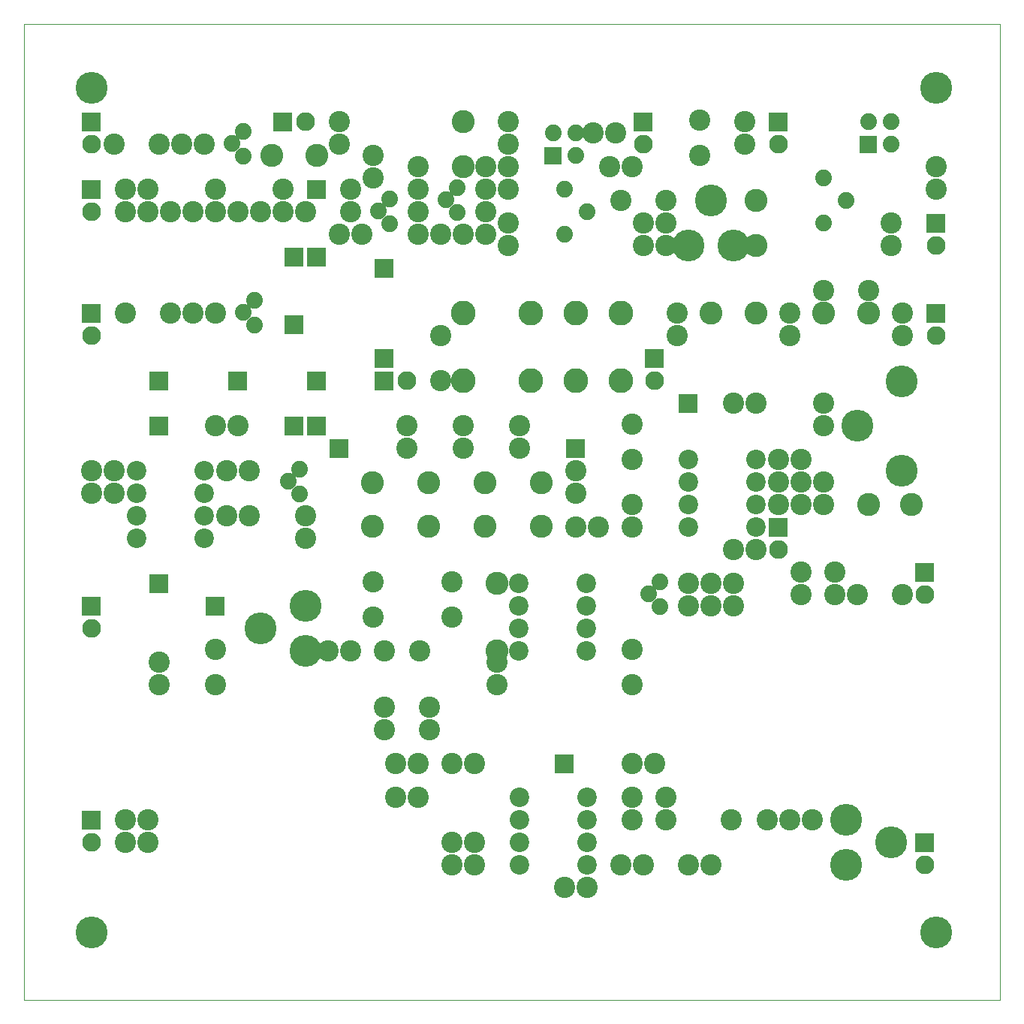
<source format=gbr>
%FSLAX34Y34*%
%MOMM*%
%LNSOLDERMASK_BOTTOM*%
G71*
G01*
%ADD10C, 0.00*%
%ADD11C, 2.12*%
%ADD12C, 2.40*%
%ADD13C, 1.88*%
%ADD14C, 2.60*%
%ADD15C, 1.88*%
%ADD16C, 3.60*%
%ADD17C, 2.20*%
%ADD18C, 2.80*%
%ADD19C, 3.60*%
%ADD20C, 3.60*%
%LPD*%
G54D10*
X-50000Y1050000D02*
X1050000Y1050000D01*
X1050000Y-50000D01*
X-50000Y-50000D01*
X-50000Y1050000D01*
G36*
X36000Y950400D02*
X36000Y929200D01*
X14800Y929200D01*
X14800Y950400D01*
X36000Y950400D01*
G37*
X25400Y914400D02*
G54D11*
D03*
X127000Y914400D02*
G54D12*
D03*
X152400Y914400D02*
G54D12*
D03*
X101600Y914400D02*
G54D12*
D03*
X50800Y914400D02*
G54D12*
D03*
X196566Y901371D02*
G54D13*
D03*
X183866Y915371D02*
G54D13*
D03*
X196566Y929371D02*
G54D13*
D03*
G36*
X230700Y950400D02*
X251900Y950400D01*
X251900Y929200D01*
X230700Y929200D01*
X230700Y950400D01*
G37*
X266700Y939800D02*
G54D11*
D03*
X228600Y901700D02*
G54D14*
D03*
X279400Y901700D02*
G54D14*
D03*
X304800Y939800D02*
G54D12*
D03*
X304800Y914400D02*
G54D12*
D03*
X361666Y825171D02*
G54D13*
D03*
X348966Y839171D02*
G54D13*
D03*
X361666Y853171D02*
G54D13*
D03*
G36*
X36000Y874200D02*
X36000Y853000D01*
X14800Y853000D01*
X14800Y874200D01*
X36000Y874200D01*
G37*
X25400Y838200D02*
G54D11*
D03*
X63500Y863600D02*
G54D12*
D03*
X63500Y838200D02*
G54D12*
D03*
X88900Y863600D02*
G54D12*
D03*
X88900Y838200D02*
G54D12*
D03*
X114300Y838200D02*
G54D12*
D03*
X139700Y838200D02*
G54D12*
D03*
X165100Y863600D02*
G54D12*
D03*
X165100Y838200D02*
G54D12*
D03*
X190500Y838200D02*
G54D12*
D03*
X215900Y838200D02*
G54D12*
D03*
X241300Y863600D02*
G54D12*
D03*
X241300Y838200D02*
G54D12*
D03*
X317500Y863600D02*
G54D12*
D03*
X317500Y838200D02*
G54D12*
D03*
X342900Y901700D02*
G54D12*
D03*
X342900Y876300D02*
G54D12*
D03*
X393700Y812800D02*
G54D12*
D03*
X393700Y838200D02*
G54D12*
D03*
X437866Y837871D02*
G54D13*
D03*
X425166Y851871D02*
G54D13*
D03*
X437866Y865871D02*
G54D13*
D03*
X393700Y889000D02*
G54D12*
D03*
X393700Y863600D02*
G54D12*
D03*
X304800Y812800D02*
G54D12*
D03*
X330200Y812800D02*
G54D12*
D03*
X444500Y939800D02*
G54D14*
D03*
X444500Y889000D02*
G54D14*
D03*
X419100Y812800D02*
G54D12*
D03*
X444500Y812800D02*
G54D12*
D03*
X469900Y889000D02*
G54D12*
D03*
X469900Y863600D02*
G54D12*
D03*
X469900Y838200D02*
G54D12*
D03*
X469900Y812800D02*
G54D12*
D03*
X495300Y889000D02*
G54D12*
D03*
X495300Y863600D02*
G54D12*
D03*
X558800Y812800D02*
G54D13*
D03*
X584200Y838200D02*
G54D13*
D03*
X558800Y863600D02*
G54D13*
D03*
X495300Y825500D02*
G54D12*
D03*
X495300Y800100D02*
G54D12*
D03*
G36*
X536700Y911100D02*
X555500Y911100D01*
X555500Y892300D01*
X536700Y892300D01*
X536700Y911100D01*
G37*
X546100Y927100D02*
G54D15*
D03*
X571500Y901700D02*
G54D15*
D03*
X571500Y927100D02*
G54D15*
D03*
X495300Y939800D02*
G54D12*
D03*
X495300Y914400D02*
G54D12*
D03*
X635000Y889000D02*
G54D12*
D03*
X609600Y889000D02*
G54D12*
D03*
X673100Y850900D02*
G54D12*
D03*
X622300Y850900D02*
G54D12*
D03*
X647700Y825500D02*
G54D12*
D03*
X647700Y800100D02*
G54D12*
D03*
X673100Y825500D02*
G54D12*
D03*
X673100Y800100D02*
G54D12*
D03*
X698500Y800100D02*
G54D16*
D03*
X749300Y800100D02*
G54D16*
D03*
X723900Y850900D02*
G54D16*
D03*
X711200Y901700D02*
G54D12*
D03*
X711200Y941700D02*
G54D12*
D03*
X616978Y927499D02*
G54D12*
D03*
X591578Y927499D02*
G54D12*
D03*
G36*
X658300Y950400D02*
X658300Y929200D01*
X637100Y929200D01*
X637100Y950400D01*
X658300Y950400D01*
G37*
X647700Y914400D02*
G54D11*
D03*
X762000Y939800D02*
G54D12*
D03*
X762000Y914400D02*
G54D12*
D03*
X850900Y825500D02*
G54D13*
D03*
X876300Y850900D02*
G54D13*
D03*
X850900Y876300D02*
G54D13*
D03*
X774700Y850900D02*
G54D14*
D03*
X774700Y800100D02*
G54D14*
D03*
G36*
X810700Y950400D02*
X810700Y929200D01*
X789500Y929200D01*
X789500Y950400D01*
X810700Y950400D01*
G37*
X800100Y914400D02*
G54D11*
D03*
G36*
X892300Y923800D02*
X911100Y923800D01*
X911100Y905000D01*
X892300Y905000D01*
X892300Y923800D01*
G37*
X901700Y939800D02*
G54D15*
D03*
X927100Y914400D02*
G54D15*
D03*
X927100Y939800D02*
G54D15*
D03*
X977900Y863600D02*
G54D12*
D03*
X977900Y889000D02*
G54D12*
D03*
G36*
X988500Y836100D02*
X988500Y814900D01*
X967300Y814900D01*
X967300Y836100D01*
X988500Y836100D01*
G37*
X977900Y800100D02*
G54D11*
D03*
X927100Y825500D02*
G54D12*
D03*
X927100Y800100D02*
G54D12*
D03*
X76200Y546100D02*
G54D17*
D03*
X76200Y520700D02*
G54D17*
D03*
X76200Y495300D02*
G54D17*
D03*
X76200Y469900D02*
G54D17*
D03*
X152400Y546100D02*
G54D17*
D03*
X152400Y520700D02*
G54D17*
D03*
X152400Y495300D02*
G54D17*
D03*
X152400Y469900D02*
G54D17*
D03*
X698500Y558800D02*
G54D17*
D03*
X698500Y533400D02*
G54D17*
D03*
X698500Y508000D02*
G54D17*
D03*
X698500Y482600D02*
G54D17*
D03*
X774700Y558800D02*
G54D17*
D03*
X774700Y533400D02*
G54D17*
D03*
X774700Y508000D02*
G54D17*
D03*
X774700Y482600D02*
G54D17*
D03*
X342050Y532550D02*
G54D14*
D03*
X342050Y484150D02*
G54D14*
D03*
X444885Y647935D02*
G54D18*
D03*
X444885Y724135D02*
G54D18*
D03*
X521085Y647935D02*
G54D18*
D03*
X571885Y647935D02*
G54D18*
D03*
X622685Y647935D02*
G54D18*
D03*
X521085Y724135D02*
G54D18*
D03*
X571885Y724135D02*
G54D18*
D03*
X622685Y724135D02*
G54D18*
D03*
G36*
X988500Y734500D02*
X988500Y713300D01*
X967300Y713300D01*
X967300Y734500D01*
X988500Y734500D01*
G37*
X977900Y698500D02*
G54D11*
D03*
X939800Y698500D02*
G54D12*
D03*
X939800Y723900D02*
G54D12*
D03*
X901700Y723900D02*
G54D14*
D03*
X850900Y723900D02*
G54D14*
D03*
X812800Y698500D02*
G54D12*
D03*
X812800Y723900D02*
G54D12*
D03*
X774700Y723900D02*
G54D14*
D03*
X723900Y723900D02*
G54D14*
D03*
X685800Y698500D02*
G54D12*
D03*
X685800Y723900D02*
G54D12*
D03*
G36*
X36000Y734500D02*
X36000Y713300D01*
X14800Y713300D01*
X14800Y734500D01*
X36000Y734500D01*
G37*
X25400Y698500D02*
G54D11*
D03*
X114300Y723900D02*
G54D12*
D03*
X63500Y723900D02*
G54D12*
D03*
X139700Y723900D02*
G54D12*
D03*
X165100Y723900D02*
G54D12*
D03*
X209266Y710871D02*
G54D13*
D03*
X196566Y724871D02*
G54D13*
D03*
X209266Y738871D02*
G54D13*
D03*
X419100Y647700D02*
G54D12*
D03*
X419100Y698500D02*
G54D12*
D03*
G36*
X671000Y683700D02*
X671000Y662500D01*
X649800Y662500D01*
X649800Y683700D01*
X671000Y683700D01*
G37*
X660400Y647700D02*
G54D11*
D03*
X405550Y532550D02*
G54D14*
D03*
X405550Y484150D02*
G54D14*
D03*
X469050Y532550D02*
G54D14*
D03*
X469050Y484150D02*
G54D14*
D03*
X532550Y532550D02*
G54D14*
D03*
X532550Y484150D02*
G54D14*
D03*
X381000Y571500D02*
G54D12*
D03*
X381000Y596900D02*
G54D12*
D03*
X444500Y571500D02*
G54D12*
D03*
X444500Y596900D02*
G54D12*
D03*
X508000Y571500D02*
G54D12*
D03*
X508000Y596900D02*
G54D12*
D03*
X260066Y520371D02*
G54D13*
D03*
X247366Y534371D02*
G54D13*
D03*
X260066Y548371D02*
G54D13*
D03*
X266700Y495300D02*
G54D12*
D03*
X266700Y469900D02*
G54D12*
D03*
X571500Y520700D02*
G54D12*
D03*
X571500Y546100D02*
G54D12*
D03*
X596900Y482600D02*
G54D12*
D03*
X571500Y482600D02*
G54D12*
D03*
X50800Y546100D02*
G54D12*
D03*
X25400Y546100D02*
G54D12*
D03*
X50800Y520700D02*
G54D12*
D03*
X25400Y520700D02*
G54D12*
D03*
X203200Y495300D02*
G54D12*
D03*
X177800Y495300D02*
G54D12*
D03*
X203200Y546100D02*
G54D12*
D03*
X177800Y546100D02*
G54D12*
D03*
X635000Y508000D02*
G54D12*
D03*
X635000Y482600D02*
G54D12*
D03*
X635000Y598800D02*
G54D12*
D03*
X635000Y558800D02*
G54D12*
D03*
G36*
X294200Y582100D02*
X315400Y582100D01*
X315400Y560900D01*
X294200Y560900D01*
X294200Y582100D01*
G37*
G36*
X243400Y798000D02*
X264600Y798000D01*
X264600Y776800D01*
X243400Y776800D01*
X243400Y798000D01*
G37*
G36*
X243400Y607500D02*
X264600Y607500D01*
X264600Y586300D01*
X243400Y586300D01*
X243400Y607500D01*
G37*
G36*
X243400Y721800D02*
X264600Y721800D01*
X264600Y700600D01*
X243400Y700600D01*
X243400Y721800D01*
G37*
X165100Y596900D02*
G54D12*
D03*
X190500Y596900D02*
G54D12*
D03*
G36*
X268800Y874200D02*
X290000Y874200D01*
X290000Y853000D01*
X268800Y853000D01*
X268800Y874200D01*
G37*
G36*
X268800Y798000D02*
X290000Y798000D01*
X290000Y776800D01*
X268800Y776800D01*
X268800Y798000D01*
G37*
G36*
X268800Y658300D02*
X290000Y658300D01*
X290000Y637100D01*
X268800Y637100D01*
X268800Y658300D01*
G37*
G36*
X179900Y658300D02*
X201100Y658300D01*
X201100Y637100D01*
X179900Y637100D01*
X179900Y658300D01*
G37*
G36*
X268800Y607500D02*
X290000Y607500D01*
X290000Y586300D01*
X268800Y586300D01*
X268800Y607500D01*
G37*
X266700Y838200D02*
G54D12*
D03*
X317500Y838200D02*
G54D12*
D03*
X800100Y508000D02*
G54D12*
D03*
X800100Y533400D02*
G54D12*
D03*
X825500Y558800D02*
G54D12*
D03*
X800100Y558800D02*
G54D12*
D03*
X850900Y533400D02*
G54D12*
D03*
X825500Y533400D02*
G54D12*
D03*
X850900Y508000D02*
G54D12*
D03*
X825500Y508000D02*
G54D12*
D03*
X901700Y508000D02*
G54D14*
D03*
X950100Y508000D02*
G54D14*
D03*
X889000Y596900D02*
G54D19*
D03*
X939000Y646900D02*
G54D19*
D03*
X939000Y546900D02*
G54D19*
D03*
X850900Y596900D02*
G54D12*
D03*
X850900Y622300D02*
G54D12*
D03*
G36*
X687900Y632900D02*
X709100Y632900D01*
X709100Y611700D01*
X687900Y611700D01*
X687900Y632900D01*
G37*
X749300Y622300D02*
G54D12*
D03*
X774700Y622300D02*
G54D12*
D03*
G36*
X345000Y658300D02*
X366200Y658300D01*
X366200Y637100D01*
X345000Y637100D01*
X345000Y658300D01*
G37*
X381000Y647700D02*
G54D11*
D03*
G36*
X345000Y683700D02*
X366200Y683700D01*
X366200Y662500D01*
X345000Y662500D01*
X345000Y683700D01*
G37*
G36*
X345000Y785300D02*
X366200Y785300D01*
X366200Y764100D01*
X345000Y764100D01*
X345000Y785300D01*
G37*
G36*
X560900Y582100D02*
X582100Y582100D01*
X582100Y560900D01*
X560900Y560900D01*
X560900Y582100D01*
G37*
X749300Y419100D02*
G54D12*
D03*
X723900Y419100D02*
G54D12*
D03*
X749300Y393700D02*
G54D12*
D03*
X723900Y393700D02*
G54D12*
D03*
X698500Y419100D02*
G54D12*
D03*
X698500Y393700D02*
G54D12*
D03*
X666466Y393371D02*
G54D13*
D03*
X653766Y407371D02*
G54D13*
D03*
X666466Y421371D02*
G54D13*
D03*
G36*
X975800Y442400D02*
X975800Y421200D01*
X954600Y421200D01*
X954600Y442400D01*
X975800Y442400D01*
G37*
X965200Y406400D02*
G54D11*
D03*
X889000Y406400D02*
G54D12*
D03*
X939800Y406400D02*
G54D12*
D03*
X863600Y406400D02*
G54D12*
D03*
X863600Y431800D02*
G54D12*
D03*
X825500Y431800D02*
G54D12*
D03*
X825500Y406400D02*
G54D12*
D03*
X584051Y342890D02*
G54D17*
D03*
X584051Y368290D02*
G54D17*
D03*
X584051Y393691D02*
G54D17*
D03*
X584051Y419090D02*
G54D17*
D03*
X507851Y342890D02*
G54D17*
D03*
X507851Y368290D02*
G54D17*
D03*
X507851Y393691D02*
G54D17*
D03*
X507851Y419090D02*
G54D17*
D03*
X482600Y304800D02*
G54D12*
D03*
X482600Y330200D02*
G54D12*
D03*
X431800Y421000D02*
G54D12*
D03*
X431800Y381000D02*
G54D12*
D03*
X482600Y419100D02*
G54D14*
D03*
X482600Y342900D02*
G54D14*
D03*
X342900Y421000D02*
G54D12*
D03*
X342900Y381000D02*
G54D12*
D03*
G36*
X91000Y658300D02*
X112200Y658300D01*
X112200Y637100D01*
X91000Y637100D01*
X91000Y658300D01*
G37*
G36*
X91000Y429700D02*
X112200Y429700D01*
X112200Y408500D01*
X91000Y408500D01*
X91000Y429700D01*
G37*
G36*
X91000Y607500D02*
X112200Y607500D01*
X112200Y586300D01*
X91000Y586300D01*
X91000Y607500D01*
G37*
X355600Y342900D02*
G54D12*
D03*
X395600Y342900D02*
G54D12*
D03*
X266700Y342900D02*
G54D16*
D03*
X266700Y393700D02*
G54D16*
D03*
X215900Y368300D02*
G54D16*
D03*
G36*
X36000Y404300D02*
X36000Y383100D01*
X14800Y383100D01*
X14800Y404300D01*
X36000Y404300D01*
G37*
X25400Y368300D02*
G54D11*
D03*
X508000Y177800D02*
G54D17*
D03*
X508000Y152400D02*
G54D17*
D03*
X508000Y127000D02*
G54D17*
D03*
X508000Y101600D02*
G54D17*
D03*
X584200Y177800D02*
G54D17*
D03*
X584200Y152400D02*
G54D17*
D03*
X584200Y127000D02*
G54D17*
D03*
X584200Y101600D02*
G54D17*
D03*
X635000Y344800D02*
G54D12*
D03*
X635000Y304800D02*
G54D12*
D03*
X317500Y342900D02*
G54D12*
D03*
X292100Y342900D02*
G54D12*
D03*
G36*
X36000Y163000D02*
X36000Y141800D01*
X14800Y141800D01*
X14800Y163000D01*
X36000Y163000D01*
G37*
X25400Y127000D02*
G54D11*
D03*
X88900Y152400D02*
G54D12*
D03*
X63500Y152400D02*
G54D12*
D03*
X88900Y127000D02*
G54D12*
D03*
X63500Y127000D02*
G54D12*
D03*
G36*
X810700Y493200D02*
X810700Y472000D01*
X789500Y472000D01*
X789500Y493200D01*
X810700Y493200D01*
G37*
X800100Y457200D02*
G54D11*
D03*
X774700Y457200D02*
G54D12*
D03*
X749300Y457200D02*
G54D12*
D03*
X393700Y177800D02*
G54D12*
D03*
X368300Y177800D02*
G54D12*
D03*
X393700Y215900D02*
G54D12*
D03*
X368300Y215900D02*
G54D12*
D03*
X355600Y254000D02*
G54D12*
D03*
X406400Y254000D02*
G54D12*
D03*
X406400Y279400D02*
G54D12*
D03*
X355600Y279400D02*
G54D12*
D03*
X457200Y215900D02*
G54D12*
D03*
X431800Y215900D02*
G54D12*
D03*
G36*
X154500Y404300D02*
X175700Y404300D01*
X175700Y383100D01*
X154500Y383100D01*
X154500Y404300D01*
G37*
X165100Y344800D02*
G54D12*
D03*
X165100Y304800D02*
G54D12*
D03*
X101600Y330200D02*
G54D12*
D03*
X101600Y304800D02*
G54D12*
D03*
X431800Y101600D02*
G54D12*
D03*
X431800Y127000D02*
G54D12*
D03*
X457200Y127000D02*
G54D12*
D03*
X457200Y101600D02*
G54D12*
D03*
X647700Y101600D02*
G54D12*
D03*
X622300Y101600D02*
G54D12*
D03*
X723900Y101600D02*
G54D12*
D03*
X698500Y101600D02*
G54D12*
D03*
X584200Y76200D02*
G54D12*
D03*
X558800Y76200D02*
G54D12*
D03*
X635000Y152400D02*
G54D12*
D03*
X635000Y177800D02*
G54D12*
D03*
X673100Y177800D02*
G54D12*
D03*
X673100Y152400D02*
G54D12*
D03*
X660400Y215900D02*
G54D12*
D03*
X635000Y215900D02*
G54D12*
D03*
G36*
X548200Y226500D02*
X569400Y226500D01*
X569400Y205300D01*
X548200Y205300D01*
X548200Y226500D01*
G37*
X787400Y152400D02*
G54D12*
D03*
X747400Y152400D02*
G54D12*
D03*
X838200Y152400D02*
G54D12*
D03*
X812800Y152400D02*
G54D12*
D03*
X876300Y152400D02*
G54D16*
D03*
X876300Y101600D02*
G54D16*
D03*
X927100Y127000D02*
G54D16*
D03*
G36*
X975800Y137600D02*
X975800Y116400D01*
X954600Y116400D01*
X954600Y137600D01*
X975800Y137600D01*
G37*
X965200Y101600D02*
G54D11*
D03*
X25400Y977900D02*
G54D12*
D03*
X977900Y977900D02*
G54D12*
D03*
X977900Y25400D02*
G54D12*
D03*
X25400Y25400D02*
G54D12*
D03*
X25400Y977900D02*
G54D12*
D03*
X25400Y977900D02*
G54D12*
D03*
X25400Y977900D02*
G54D12*
D03*
X977900Y977900D02*
G54D12*
D03*
X977900Y25400D02*
G54D12*
D03*
X25400Y25400D02*
G54D12*
D03*
X25400Y977900D02*
G54D12*
D03*
X25400Y977900D02*
G54D20*
D03*
X977900Y977900D02*
G54D20*
D03*
X977900Y25400D02*
G54D20*
D03*
X25400Y25400D02*
G54D20*
D03*
X850900Y749300D02*
G54D12*
D03*
X901700Y749300D02*
G54D12*
D03*
M02*

</source>
